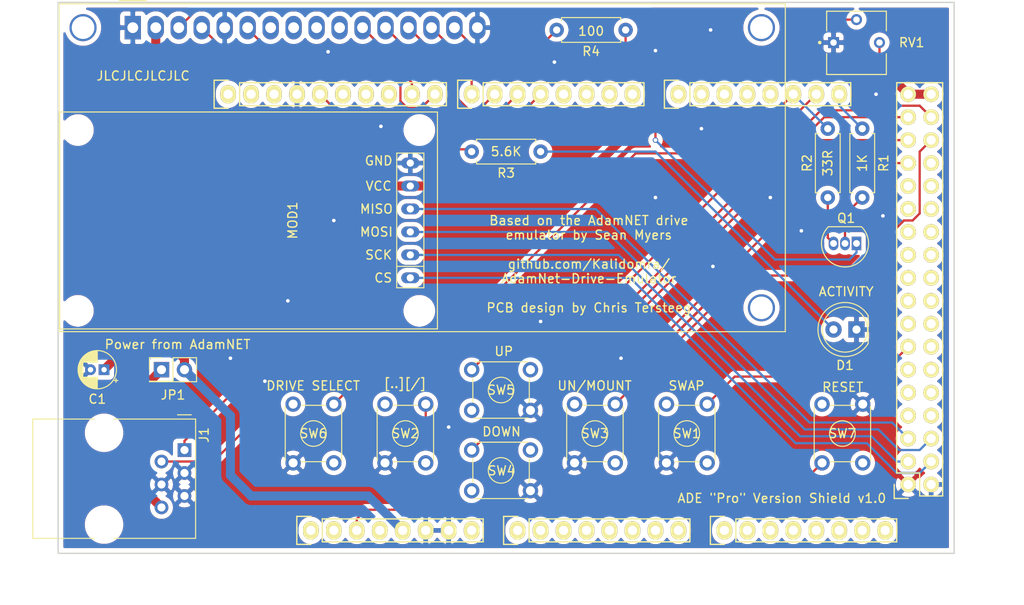
<source format=kicad_pcb>
(kicad_pcb (version 20171130) (host pcbnew "(5.1.9)-1")
  (title_block (title "Coleco Adam ADE Pro Shield") (date 2021-03-05) (rev v1.0))
  (layers (0 F.Cu signal) (31 B.Cu signal) (34 B.Paste user) (35 F.Paste user) (36 B.SilkS user) (37 F.SilkS user) (38 B.Mask user) (39 F.Mask user) (44 Edge.Cuts user))
  (net 0 "")
  (net 1 GND)
  (net 2 /48)
  (net 3 /49)
  (net 4 /46)
  (net 5 /47)
  (net 6 /44)
  (net 7 /45)
  (net 8 /43)
  (net 9 /40)
  (net 10 /41)
  (net 11 /38)
  (net 12 /39)
  (net 13 /36)
  (net 14 /37)
  (net 15 /34)
  (net 16 /35)
  (net 17 /32)
  (net 18 /33)
  (net 19 /30)
  (net 20 /31)
  (net 21 /28)
  (net 22 /29)
  (net 23 /27)
  (net 24 +5V)
  (net 25 /IOREF)
  (net 26 /Vin)
  (net 27 /A0)
  (net 28 /A1)
  (net 29 /A2)
  (net 30 /A3)
  (net 31 /A4)
  (net 32 /A5)
  (net 33 /A6)
  (net 34 /A7)
  (net 35 /A8)
  (net 36 /A9)
  (net 37 /A10)
  (net 38 /A11)
  (net 39 /A12)
  (net 40 /A13)
  (net 41 /A14)
  (net 42 /A15)
  (net 43 /SCL)
  (net 44 /SDA)
  (net 45 /AREF)
  (net 46 "/12(**)")
  (net 47 "/11(**)")
  (net 48 "/10(**)")
  (net 49 "Net-(P2-Pad1)")
  (net 50 +3V3)
  (net 51 "Net-(DS1-Pad15)")
  (net 52 "Net-(DS1-Pad10)")
  (net 53 "Net-(DS1-Pad9)")
  (net 54 "Net-(DS1-Pad8)")
  (net 55 "Net-(DS1-Pad7)")
  (net 56 "Net-(DS1-Pad3)")
  (net 57 "Net-(SW1-Pad2)")
  (net 58 "Net-(SW1-Pad3)")
  (net 59 "Net-(SW2-Pad2)")
  (net 60 "Net-(SW2-Pad3)")
  (net 61 "Net-(SW3-Pad2)")
  (net 62 "Net-(SW3-Pad3)")
  (net 63 "Net-(SW4-Pad2)")
  (net 64 "Net-(SW4-Pad3)")
  (net 65 "Net-(SW5-Pad2)")
  (net 66 "Net-(SW5-Pad3)")
  (net 67 "Net-(SW6-Pad2)")
  (net 68 "Net-(SW6-Pad3)")
  (net 69 "Net-(SW7-Pad2)")
  (net 70 "Net-(SW7-Pad3)")
  (net 71 "Net-(D1-Pad2)")
  (net 72 D7)
  (net 73 D6)
  (net 74 D5)
  (net 75 D4)
  (net 76 D9)
  (net 77 D8)
  (net 78 19_ADAMNET)
  (net 79 20_ADAMNET)
  (net 80 50_MISO)
  (net 81 51_MOSI)
  (net 82 52_SCK)
  (net 83 53_SS)
  (net 84 42_SWAP)
  (net 85 26_[..])
  (net 86 24_DOWN)
  (net 87 25_UNMOUNT)
  (net 88 22_DRIVE_SELECT)
  (net 89 23_UP)
  (net 90 RESET)
  (net 91 13_ACTIVITY_LED)
  (net 92 "Net-(P6-Pad5)")
  (net 93 "Net-(P6-Pad6)")
  (net 94 "Net-(P6-Pad7)")
  (net 95 "Net-(P6-Pad8)")
  (net 96 "Net-(P7-Pad1)")
  (net 97 "Net-(P7-Pad2)")
  (net 98 "Net-(P7-Pad3)")
  (net 99 "Net-(P7-Pad4)")
  (net 100 "Net-(P7-Pad5)")
  (net 101 21_ADAMNET)
  (net 102 "Net-(Q1-Pad3)")
  (net 103 "Net-(Q1-Pad2)")
  (net 104 ADAMNET_5V)
  (module Display:WC1602A (layer F.Cu) (at 111.633 63.5)
    (fp_text reference DS1 hide)
    (fp_text value WC1602A)
    (pad "" thru_hole circle (at 69.5 0) (size 3 3) (drill 2.5) (layers *.Cu *.Mask))
    (pad "" thru_hole circle (at 69.49948 31.0007) (size 3 3) (drill 2.5) (layers *.Cu *.Mask))
    (pad "" thru_hole circle (at -5.4991 0) (size 3 3) (drill 2.5) (layers *.Cu *.Mask))
    (pad 16 thru_hole oval (at 38.1 0) (size 1.8 2.6) (drill 1.2) (layers *.Cu *.Mask) (net 1 GND))
    (pad 15 thru_hole oval (at 35.56 0) (size 1.8 2.6) (drill 1.2) (layers *.Cu *.Mask) (net 51 "Net-(DS1-Pad15)"))
    (pad 14 thru_hole oval (at 33.02 0) (size 1.8 2.6) (drill 1.2) (layers *.Cu *.Mask) (net 72 D7))
    (pad 13 thru_hole oval (at 30.48 0) (size 1.8 2.6) (drill 1.2) (layers *.Cu *.Mask) (net 73 D6))
    (pad 12 thru_hole oval (at 27.94 0) (size 1.8 2.6) (drill 1.2) (layers *.Cu *.Mask) (net 74 D5))
    (pad 11 thru_hole oval (at 25.4 0) (size 1.8 2.6) (drill 1.2) (layers *.Cu *.Mask) (net 75 D4))
    (pad 10 thru_hole oval (at 22.86 0) (size 1.8 2.6) (drill 1.2) (layers *.Cu *.Mask) (net 52 "Net-(DS1-Pad10)"))
    (pad 9 thru_hole oval (at 20.32 0) (size 1.8 2.6) (drill 1.2) (layers *.Cu *.Mask) (net 53 "Net-(DS1-Pad9)"))
    (pad 8 thru_hole oval (at 17.78 0) (size 1.8 2.6) (drill 1.2) (layers *.Cu *.Mask) (net 54 "Net-(DS1-Pad8)"))
    (pad 7 thru_hole oval (at 15.24 0) (size 1.8 2.6) (drill 1.2) (layers *.Cu *.Mask) (net 55 "Net-(DS1-Pad7)"))
    (pad 6 thru_hole oval (at 12.7 0) (size 1.8 2.6) (drill 1.2) (layers *.Cu *.Mask) (net 76 D9))
    (pad 5 thru_hole oval (at 10.16 0) (size 1.8 2.6) (drill 1.2) (layers *.Cu *.Mask) (net 1 GND))
    (pad 4 thru_hole oval (at 7.62 0) (size 1.8 2.6) (drill 1.2) (layers *.Cu *.Mask) (net 77 D8))
    (pad 3 thru_hole oval (at 5.08 0) (size 1.8 2.6) (drill 1.2) (layers *.Cu *.Mask) (net 56 "Net-(DS1-Pad3)"))
    (pad 2 thru_hole oval (at 2.54 0) (size 1.8 2.6) (drill 1.2) (layers *.Cu *.Mask) (net 24 +5V))
    (pad 1 thru_hole rect (at 0 0) (size 1.8 2.6) (drill 1.2) (layers *.Cu *.Mask) (net 1 GND))
  )
  (module 3362P-1-103:TRIM_3362P-1-103 (layer F.Cu) (at 191.643 65.151)
    (fp_text reference RV1 (at 6.096 0) (layer F.SilkS))
    (fp_text value R_POT_TRIM_US)
    (pad 1 thru_hole rect (at -2.54 0) (size 1.222 1.222) (drill 0.714) (layers *.Cu *.Mask) (net 1 GND))
    (pad 2 thru_hole circle (at 0 -2.54) (size 1.222 1.222) (drill 0.714) (layers *.Cu *.Mask) (net 56 "Net-(DS1-Pad3)"))
    (pad 3 thru_hole circle (at 2.54 0) (size 1.222 1.222) (drill 0.714) (layers *.Cu *.Mask) (net 24 +5V))
  )
  (module Button_Switch_THT:SW_TH_Tactile_Omron_B3F-10xx (layer F.Cu) (at 144.018 105.156 270)
    (fp_text reference SW2 (at 3.25 2.25 180) (layer F.SilkS))
    (fp_text value [..][/] (at -2.286 2.286 180) (layer F.SilkS))
    (pad 1 thru_hole circle (at 0 0 270) (size 1.7 1.7) (drill 1) (layers *.Cu *.Mask) (net 85 26_[..]))
    (pad 2 thru_hole circle (at 6.5 0 270) (size 1.7 1.7) (drill 1) (layers *.Cu *.Mask) (net 59 "Net-(SW2-Pad2)"))
    (pad 3 thru_hole circle (at 0 4.5 270) (size 1.7 1.7) (drill 1) (layers *.Cu *.Mask) (net 60 "Net-(SW2-Pad3)"))
    (pad 4 thru_hole circle (at 6.5 4.5 270) (size 1.7 1.7) (drill 1) (layers *.Cu *.Mask) (net 1 GND))
  )
  (module Connector_PinHeader_2.54mm:PinHeader_2x01_P2.54mm_Vertical (layer F.Cu) (at 114.808 101.346)
    (fp_text reference JP1 (at 1.27 2.794) (layer F.SilkS))
    (fp_text value Jumper)
    (pad 2 thru_hole oval (at 2.54 0) (size 1.7 1.7) (drill 1) (layers *.Cu *.Mask) (net 24 +5V))
    (pad 1 thru_hole rect (at 0 0) (size 1.7 1.7) (drill 1) (layers *.Cu *.Mask) (net 104 ADAMNET_5V))
  )
  (module Capacitor_THT:CP_Radial_D4.0mm_P1.50mm (layer F.Cu) (at 108.458 101.346 180)
    (fp_text reference C1 (at 0.75 -3.25) (layer F.SilkS))
    (fp_text value "22uf 6.3v")
    (pad 2 thru_hole circle (at 1.5 0 180) (size 1.2 1.2) (drill 0.6) (layers *.Cu *.Mask) (net 1 GND))
    (pad 1 thru_hole rect (at 0 0 180) (size 1.2 1.2) (drill 0.6) (layers *.Cu *.Mask) (net 24 +5V))
  )
  (module CARD-SD-ADAPTER-CATALEX:Catalex-MicroSD-Card-Down (layer F.Cu) (at 123.063 84.582 90)
    (fp_text reference MOD1 (at -0.25 6.25 90) (layer F.SilkS))
    (fp_text value CARD-SD-ADAPTER-CATALEX)
    (fp_text user MISO (at 1.016 15.5) (layer F.SilkS))
    (fp_text user CS (at -6.604 16.256) (layer F.SilkS))
    (fp_text user SCK (at -4.064 15.748) (layer F.SilkS))
    (fp_text user MOSI (at -1.524 15.5) (layer F.SilkS))
    (fp_text user VCC (at 3.556 15.75) (layer F.SilkS))
    (fp_text user GND (at 6.35 15.75) (layer F.SilkS))
    (pad "" np_thru_hole circle (at 9.75 20.25 90) (size 2.5 2.5) (drill 2.5) (layers *.Cu *.Mask))
    (pad "" np_thru_hole circle (at 9.75 -17.5 90) (size 2.5 2.5) (drill 2.5) (layers *.Cu *.Mask))
    (pad "" np_thru_hole circle (at -10.25 -17.5 90) (size 2.5 2.5) (drill 2.5) (layers *.Cu *.Mask))
    (pad "" np_thru_hole circle (at -10.25 20.25 90) (size 2.5 2.5) (drill 2.5) (layers *.Cu *.Mask))
    (pad GND thru_hole oval (at 6.1 19.25 90) (size 1.2 2) (drill 0.8) (layers *.Cu *.Mask) (net 1 GND))
    (pad VCC5V thru_hole oval (at 3.56 19.25 90) (size 1.2 2) (drill 0.8) (layers *.Cu *.Mask) (net 24 +5V))
    (pad MISO thru_hole oval (at 1.02 19.25 90) (size 1.2 2) (drill 0.8) (layers *.Cu *.Mask) (net 80 50_MISO))
    (pad MOSI thru_hole oval (at -1.52 19.25 90) (size 1.2 2) (drill 0.8) (layers *.Cu *.Mask) (net 81 51_MOSI))
    (pad SCK thru_hole oval (at -4.06 19.25 90) (size 1.2 2) (drill 0.8) (layers *.Cu *.Mask) (net 82 52_SCK))
    (pad CS thru_hole oval (at -6.6 19.25 90) (size 1.2 2) (drill 0.8) (layers *.Cu *.Mask) (net 83 53_SS))
  )
  (module Resistor_THT:R_Axial_DIN0207_L6.3mm_D2.5mm_P7.62mm_Horizontal (layer F.Cu) (at 166.116 63.754 180)
    (fp_text reference R4 (at 3.81 -2.37) (layer F.SilkS))
    (fp_text value 100 (at 3.81 -0.127) (layer F.SilkS))
    (pad 2 thru_hole oval (at 7.62 0 180) (size 1.6 1.6) (drill 0.8) (layers *.Cu *.Mask) (net 51 "Net-(DS1-Pad15)"))
    (pad 1 thru_hole circle (at 0 0 180) (size 1.6 1.6) (drill 0.8) (layers *.Cu *.Mask) (net 24 +5V))
  )
  (module Resistor_THT:R_Axial_DIN0207_L6.3mm_D2.5mm_P7.62mm_Horizontal (layer F.Cu) (at 156.718 77.216 180)
    (fp_text reference R3 (at 3.81 -2.37) (layer F.SilkS))
    (fp_text value 5.6K (at 3.81 0) (layer F.SilkS))
    (pad 2 thru_hole oval (at 7.62 0 180) (size 1.6 1.6) (drill 0.8) (layers *.Cu *.Mask) (net 91 13_ACTIVITY_LED))
    (pad 1 thru_hole circle (at 0 0 180) (size 1.6 1.6) (drill 0.8) (layers *.Cu *.Mask) (net 71 "Net-(D1-Pad2)"))
  )
  (module Resistor_THT:R_Axial_DIN0207_L6.3mm_D2.5mm_P7.62mm_Horizontal (layer F.Cu) (at 188.468 74.676 270)
    (fp_text reference R2 (at 3.81 2.286 90) (layer F.SilkS))
    (fp_text value 33R (at 3.81 0 90) (layer F.SilkS))
    (pad 2 thru_hole oval (at 7.62 0 270) (size 1.6 1.6) (drill 0.8) (layers *.Cu *.Mask) (net 102 "Net-(Q1-Pad3)"))
    (pad 1 thru_hole circle (at 0 0 270) (size 1.6 1.6) (drill 0.8) (layers *.Cu *.Mask) (net 78 19_ADAMNET))
  )
  (module Resistor_THT:R_Axial_DIN0207_L6.3mm_D2.5mm_P7.62mm_Horizontal (layer F.Cu) (at 192.278 74.676 270)
    (fp_text reference R1 (at 3.81 -2.37 90) (layer F.SilkS))
    (fp_text value 1K (at 3.81 0 90) (layer F.SilkS))
    (pad 2 thru_hole oval (at 7.62 0 270) (size 1.6 1.6) (drill 0.8) (layers *.Cu *.Mask) (net 103 "Net-(Q1-Pad2)"))
    (pad 1 thru_hole circle (at 0 0 270) (size 1.6 1.6) (drill 0.8) (layers *.Cu *.Mask) (net 101 21_ADAMNET))
  )
  (module Package_TO_SOT_THT:TO-92_Inline (layer F.Cu) (at 191.643 87.376 180)
    (fp_text reference Q1 (at 1.143 2.794) (layer F.SilkS))
    (fp_text value 2N3906)
    (pad 1 thru_hole rect (at 0 0 180) (size 1.05 1.5) (drill 0.75) (layers *.Cu *.Mask) (net 24 +5V))
    (pad 3 thru_hole oval (at 2.54 0 180) (size 1.05 1.5) (drill 0.75) (layers *.Cu *.Mask) (net 102 "Net-(Q1-Pad3)"))
    (pad 2 thru_hole oval (at 1.27 0 180) (size 1.05 1.5) (drill 0.75) (layers *.Cu *.Mask) (net 103 "Net-(Q1-Pad2)"))
  )
  (module LED_THT:LED_D5.0mm (layer F.Cu) (at 191.643 96.901 180)
    (fp_text reference D1 (at 1.27 -3.96) (layer F.SilkS))
    (fp_text value LED)
    (pad 2 thru_hole circle (at 2.54 0 180) (size 1.8 1.8) (drill 0.9) (layers *.Cu *.Mask) (net 71 "Net-(D1-Pad2)"))
    (pad 1 thru_hole rect (at 0 0 180) (size 1.8 1.8) (drill 0.9) (layers *.Cu *.Mask) (net 1 GND))
  )
  (module Button_Switch_THT:SW_TH_Tactile_Omron_B3F-10xx (layer F.Cu) (at 187.833 111.6584 90)
    (fp_text reference SW7 (at 3.25 2.25 180) (layer F.SilkS))
    (fp_text value RESET (at 8.382 2.286 180) (layer F.SilkS))
    (pad 1 thru_hole circle (at 0 0 90) (size 1.7 1.7) (drill 1) (layers *.Cu *.Mask) (net 90 RESET))
    (pad 2 thru_hole circle (at 6.5 0 90) (size 1.7 1.7) (drill 1) (layers *.Cu *.Mask) (net 69 "Net-(SW7-Pad2)"))
    (pad 3 thru_hole circle (at 0 4.5 90) (size 1.7 1.7) (drill 1) (layers *.Cu *.Mask) (net 70 "Net-(SW7-Pad3)"))
    (pad 4 thru_hole circle (at 6.5 4.5 90) (size 1.7 1.7) (drill 1) (layers *.Cu *.Mask) (net 1 GND))
  )
  (module Button_Switch_THT:SW_TH_Tactile_Omron_B3F-10xx (layer F.Cu) (at 133.858 105.156 270)
    (fp_text reference SW6 (at 3.25 2.25 180) (layer F.SilkS))
    (fp_text value "DRIVE SELECT" (at -2.032 2.286 180) (layer F.SilkS))
    (pad 1 thru_hole circle (at 0 0 270) (size 1.7 1.7) (drill 1) (layers *.Cu *.Mask) (net 88 22_DRIVE_SELECT))
    (pad 2 thru_hole circle (at 6.5 0 270) (size 1.7 1.7) (drill 1) (layers *.Cu *.Mask) (net 67 "Net-(SW6-Pad2)"))
    (pad 3 thru_hole circle (at 0 4.5 270) (size 1.7 1.7) (drill 1) (layers *.Cu *.Mask) (net 68 "Net-(SW6-Pad3)"))
    (pad 4 thru_hole circle (at 6.5 4.5 270) (size 1.7 1.7) (drill 1) (layers *.Cu *.Mask) (net 1 GND))
  )
  (module Button_Switch_THT:SW_TH_Tactile_Omron_B3F-10xx (layer F.Cu) (at 149.098 101.346)
    (fp_text reference SW5 (at 3.25 2.25) (layer F.SilkS))
    (fp_text value UP (at 3.556 -2.032) (layer F.SilkS))
    (pad 1 thru_hole circle (at 0 0) (size 1.7 1.7) (drill 1) (layers *.Cu *.Mask) (net 89 23_UP))
    (pad 2 thru_hole circle (at 6.5 0) (size 1.7 1.7) (drill 1) (layers *.Cu *.Mask) (net 65 "Net-(SW5-Pad2)"))
    (pad 3 thru_hole circle (at 0 4.5) (size 1.7 1.7) (drill 1) (layers *.Cu *.Mask) (net 66 "Net-(SW5-Pad3)"))
    (pad 4 thru_hole circle (at 6.5 4.5) (size 1.7 1.7) (drill 1) (layers *.Cu *.Mask) (net 1 GND))
  )
  (module Button_Switch_THT:SW_TH_Tactile_Omron_B3F-10xx (layer F.Cu) (at 149.098 110.236)
    (fp_text reference SW4 (at 3.302 2.286) (layer F.SilkS))
    (fp_text value DOWN (at 3.302 -2.032) (layer F.SilkS))
    (pad 1 thru_hole circle (at 0 0) (size 1.7 1.7) (drill 1) (layers *.Cu *.Mask) (net 86 24_DOWN))
    (pad 2 thru_hole circle (at 6.5 0) (size 1.7 1.7) (drill 1) (layers *.Cu *.Mask) (net 63 "Net-(SW4-Pad2)"))
    (pad 3 thru_hole circle (at 0 4.5) (size 1.7 1.7) (drill 1) (layers *.Cu *.Mask) (net 64 "Net-(SW4-Pad3)"))
    (pad 4 thru_hole circle (at 6.5 4.5) (size 1.7 1.7) (drill 1) (layers *.Cu *.Mask) (net 1 GND))
  )
  (module Button_Switch_THT:SW_TH_Tactile_Omron_B3F-10xx (layer F.Cu) (at 164.973 105.156 270)
    (fp_text reference SW3 (at 3.25 2.25 180) (layer F.SilkS))
    (fp_text value UN/MOUNT (at -2.032 2.286 180) (layer F.SilkS))
    (pad 1 thru_hole circle (at 0 0 270) (size 1.7 1.7) (drill 1) (layers *.Cu *.Mask) (net 87 25_UNMOUNT))
    (pad 2 thru_hole circle (at 6.5 0 270) (size 1.7 1.7) (drill 1) (layers *.Cu *.Mask) (net 61 "Net-(SW3-Pad2)"))
    (pad 3 thru_hole circle (at 0 4.5 270) (size 1.7 1.7) (drill 1) (layers *.Cu *.Mask) (net 62 "Net-(SW3-Pad3)"))
    (pad 4 thru_hole circle (at 6.5 4.5 270) (size 1.7 1.7) (drill 1) (layers *.Cu *.Mask) (net 1 GND))
  )
  (module Button_Switch_THT:SW_TH_Tactile_Omron_B3F-10xx (layer F.Cu) (at 175.133 105.156 270)
    (fp_text reference SW1 (at 3.25 2.25 180) (layer F.SilkS))
    (fp_text value SWAP (at -2.032 2.286 180) (layer F.SilkS))
    (pad 1 thru_hole circle (at 0 0 270) (size 1.7 1.7) (drill 1) (layers *.Cu *.Mask) (net 84 42_SWAP))
    (pad 2 thru_hole circle (at 6.5 0 270) (size 1.7 1.7) (drill 1) (layers *.Cu *.Mask) (net 57 "Net-(SW1-Pad2)"))
    (pad 3 thru_hole circle (at 0 4.5 270) (size 1.7 1.7) (drill 1) (layers *.Cu *.Mask) (net 58 "Net-(SW1-Pad3)"))
    (pad 4 thru_hole circle (at 6.5 4.5 270) (size 1.7 1.7) (drill 1) (layers *.Cu *.Mask) (net 1 GND))
  )
  (module Connector_RJ:RJ12_Amphenol_54601 (layer F.Cu) (at 117.348 110.236 270)
    (fp_text reference J1 (at -1.67 -2.16 90) (layer F.SilkS))
    (fp_text value RJ12)
    (pad 1 thru_hole rect (at 0 0 270) (size 1.52 1.52) (drill 0.9) (layers *.Cu *.Mask) (net 78 19_ADAMNET))
    (pad "" np_thru_hole circle (at -1.91 8.89 270) (size 3.25 3.25) (drill 3.25) (layers *.Cu *.Mask))
    (pad 2 thru_hole circle (at 1.27 2.54 270) (size 1.52 1.52) (drill 0.9) (layers *.Cu *.Mask) (net 79 20_ADAMNET))
    (pad 3 thru_hole circle (at 2.54 0 270) (size 1.52 1.52) (drill 0.9) (layers *.Cu *.Mask) (net 1 GND))
    (pad 4 thru_hole circle (at 3.81 2.54 270) (size 1.52 1.52) (drill 0.9) (layers *.Cu *.Mask) (net 1 GND))
    (pad 5 thru_hole circle (at 5.08 0 270) (size 1.52 1.52) (drill 0.9) (layers *.Cu *.Mask) (net 1 GND))
    (pad 6 thru_hole circle (at 6.35 2.54 270) (size 1.52 1.52) (drill 0.9) (layers *.Cu *.Mask) (net 104 ADAMNET_5V))
    (pad "" np_thru_hole circle (at 8.25 8.89 270) (size 3.25 3.25) (drill 3.25) (layers *.Cu *.Mask))
  )
  (module Socket_Arduino_Mega:Socket_Strip_Arduino_2x18 (layer F.Cu) (at 197.358 114.046 90)
    (fp_text reference P1 hide)
    (fp_text value Digital)
    (pad 1 thru_hole circle (at 0 0 90) (size 1.7272 1.7272) (drill 1.016) (layers *.Cu *.Mask F.SilkS) (net 1 GND))
    (pad 2 thru_hole oval (at 0 2.54 90) (size 1.7272 1.7272) (drill 1.016) (layers *.Cu *.Mask F.SilkS) (net 1 GND))
    (pad 3 thru_hole oval (at 2.54 0 90) (size 1.7272 1.7272) (drill 1.016) (layers *.Cu *.Mask F.SilkS) (net 82 52_SCK))
    (pad 4 thru_hole oval (at 2.54 2.54 90) (size 1.7272 1.7272) (drill 1.016) (layers *.Cu *.Mask F.SilkS) (net 83 53_SS))
    (pad 5 thru_hole oval (at 5.08 0 90) (size 1.7272 1.7272) (drill 1.016) (layers *.Cu *.Mask F.SilkS) (net 80 50_MISO))
    (pad 6 thru_hole oval (at 5.08 2.54 90) (size 1.7272 1.7272) (drill 1.016) (layers *.Cu *.Mask F.SilkS) (net 81 51_MOSI))
    (pad 7 thru_hole oval (at 7.62 0 90) (size 1.7272 1.7272) (drill 1.016) (layers *.Cu *.Mask F.SilkS) (net 2 /48))
    (pad 8 thru_hole oval (at 7.62 2.54 90) (size 1.7272 1.7272) (drill 1.016) (layers *.Cu *.Mask F.SilkS) (net 3 /49))
    (pad 9 thru_hole oval (at 10.16 0 90) (size 1.7272 1.7272) (drill 1.016) (layers *.Cu *.Mask F.SilkS) (net 4 /46))
    (pad 10 thru_hole oval (at 10.16 2.54 90) (size 1.7272 1.7272) (drill 1.016) (layers *.Cu *.Mask F.SilkS) (net 5 /47))
    (pad 11 thru_hole oval (at 12.7 0 90) (size 1.7272 1.7272) (drill 1.016) (layers *.Cu *.Mask F.SilkS) (net 6 /44))
    (pad 12 thru_hole oval (at 12.7 2.54 90) (size 1.7272 1.7272) (drill 1.016) (layers *.Cu *.Mask F.SilkS) (net 7 /45))
    (pad 13 thru_hole oval (at 15.24 0 90) (size 1.7272 1.7272) (drill 1.016) (layers *.Cu *.Mask F.SilkS) (net 84 42_SWAP))
    (pad 14 thru_hole oval (at 15.24 2.54 90) (size 1.7272 1.7272) (drill 1.016) (layers *.Cu *.Mask F.SilkS) (net 8 /43))
    (pad 15 thru_hole oval (at 17.78 0 90) (size 1.7272 1.7272) (drill 1.016) (layers *.Cu *.Mask F.SilkS) (net 9 /40))
    (pad 16 thru_hole oval (at 17.78 2.54 90) (size 1.7272 1.7272) (drill 1.016) (layers *.Cu *.Mask F.SilkS) (net 10 /41))
    (pad 17 thru_hole oval (at 20.32 0 90) (size 1.7272 1.7272) (drill 1.016) (layers *.Cu *.Mask F.SilkS) (net 11 /38))
    (pad 18 thru_hole oval (at 20.32 2.54 90) (size 1.7272 1.7272) (drill 1.016) (layers *.Cu *.Mask F.SilkS) (net 12 /39))
    (pad 19 thru_hole oval (at 22.86 0 90) (size 1.7272 1.7272) (drill 1.016) (layers *.Cu *.Mask F.SilkS) (net 13 /36))
    (pad 20 thru_hole oval (at 22.86 2.54 90) (size 1.7272 1.7272) (drill 1.016) (layers *.Cu *.Mask F.SilkS) (net 14 /37))
    (pad 21 thru_hole oval (at 25.4 0 90) (size 1.7272 1.7272) (drill 1.016) (layers *.Cu *.Mask F.SilkS) (net 15 /34))
    (pad 22 thru_hole oval (at 25.4 2.54 90) (size 1.7272 1.7272) (drill 1.016) (layers *.Cu *.Mask F.SilkS) (net 16 /35))
    (pad 23 thru_hole oval (at 27.94 0 90) (size 1.7272 1.7272) (drill 1.016) (layers *.Cu *.Mask F.SilkS) (net 17 /32))
    (pad 24 thru_hole oval (at 27.94 2.54 90) (size 1.7272 1.7272) (drill 1.016) (layers *.Cu *.Mask F.SilkS) (net 18 /33))
    (pad 25 thru_hole oval (at 30.48 0 90) (size 1.7272 1.7272) (drill 1.016) (layers *.Cu *.Mask F.SilkS) (net 19 /30))
    (pad 26 thru_hole oval (at 30.48 2.54 90) (size 1.7272 1.7272) (drill 1.016) (layers *.Cu *.Mask F.SilkS) (net 20 /31))
    (pad 27 thru_hole oval (at 33.02 0 90) (size 1.7272 1.7272) (drill 1.016) (layers *.Cu *.Mask F.SilkS) (net 21 /28))
    (pad 28 thru_hole oval (at 33.02 2.54 90) (size 1.7272 1.7272) (drill 1.016) (layers *.Cu *.Mask F.SilkS) (net 22 /29))
    (pad 29 thru_hole oval (at 35.56 0 90) (size 1.7272 1.7272) (drill 1.016) (layers *.Cu *.Mask F.SilkS) (net 85 26_[..]))
    (pad 30 thru_hole oval (at 35.56 2.54 90) (size 1.7272 1.7272) (drill 1.016) (layers *.Cu *.Mask F.SilkS) (net 23 /27))
    (pad 31 thru_hole oval (at 38.1 0 90) (size 1.7272 1.7272) (drill 1.016) (layers *.Cu *.Mask F.SilkS) (net 86 24_DOWN))
    (pad 32 thru_hole oval (at 38.1 2.54 90) (size 1.7272 1.7272) (drill 1.016) (layers *.Cu *.Mask F.SilkS) (net 87 25_UNMOUNT))
    (pad 33 thru_hole oval (at 40.64 0 90) (size 1.7272 1.7272) (drill 1.016) (layers *.Cu *.Mask F.SilkS) (net 88 22_DRIVE_SELECT))
    (pad 34 thru_hole oval (at 40.64 2.54 90) (size 1.7272 1.7272) (drill 1.016) (layers *.Cu *.Mask F.SilkS) (net 89 23_UP))
    (pad 35 thru_hole oval (at 43.18 0 90) (size 1.7272 1.7272) (drill 1.016) (layers *.Cu *.Mask F.SilkS) (net 24 +5V))
    (pad 36 thru_hole oval (at 43.18 2.54 90) (size 1.7272 1.7272) (drill 1.016) (layers *.Cu *.Mask F.SilkS) (net 24 +5V))
  )
  (module Socket_Arduino_Mega:Socket_Strip_Arduino_1x08 (layer F.Cu) (at 131.318 119.126)
    (fp_text reference P2 hide)
    (fp_text value Power hide)
    (pad 1 thru_hole oval (at 0 0) (size 1.7272 2.032) (drill 1.016) (layers *.Cu *.Mask F.SilkS) (net 49 "Net-(P2-Pad1)"))
    (pad 2 thru_hole oval (at 2.54 0) (size 1.7272 2.032) (drill 1.016) (layers *.Cu *.Mask F.SilkS) (net 25 /IOREF))
    (pad 3 thru_hole oval (at 5.08 0) (size 1.7272 2.032) (drill 1.016) (layers *.Cu *.Mask F.SilkS) (net 90 RESET))
    (pad 4 thru_hole oval (at 7.62 0) (size 1.7272 2.032) (drill 1.016) (layers *.Cu *.Mask F.SilkS) (net 50 +3V3))
    (pad 5 thru_hole oval (at 10.16 0) (size 1.7272 2.032) (drill 1.016) (layers *.Cu *.Mask F.SilkS) (net 24 +5V))
    (pad 6 thru_hole oval (at 12.7 0) (size 1.7272 2.032) (drill 1.016) (layers *.Cu *.Mask F.SilkS) (net 1 GND))
    (pad 7 thru_hole oval (at 15.24 0) (size 1.7272 2.032) (drill 1.016) (layers *.Cu *.Mask F.SilkS) (net 1 GND))
    (pad 8 thru_hole oval (at 17.78 0) (size 1.7272 2.032) (drill 1.016) (layers *.Cu *.Mask F.SilkS) (net 26 /Vin))
  )
  (module Socket_Arduino_Mega:Socket_Strip_Arduino_1x08 (layer F.Cu) (at 154.178 119.126)
    (fp_text reference P3 hide)
    (fp_text value Analog)
    (pad 1 thru_hole oval (at 0 0) (size 1.7272 2.032) (drill 1.016) (layers *.Cu *.Mask F.SilkS) (net 27 /A0))
    (pad 2 thru_hole oval (at 2.54 0) (size 1.7272 2.032) (drill 1.016) (layers *.Cu *.Mask F.SilkS) (net 28 /A1))
    (pad 3 thru_hole oval (at 5.08 0) (size 1.7272 2.032) (drill 1.016) (layers *.Cu *.Mask F.SilkS) (net 29 /A2))
    (pad 4 thru_hole oval (at 7.62 0) (size 1.7272 2.032) (drill 1.016) (layers *.Cu *.Mask F.SilkS) (net 30 /A3))
    (pad 5 thru_hole oval (at 10.16 0) (size 1.7272 2.032) (drill 1.016) (layers *.Cu *.Mask F.SilkS) (net 31 /A4))
    (pad 6 thru_hole oval (at 12.7 0) (size 1.7272 2.032) (drill 1.016) (layers *.Cu *.Mask F.SilkS) (net 32 /A5))
    (pad 7 thru_hole oval (at 15.24 0) (size 1.7272 2.032) (drill 1.016) (layers *.Cu *.Mask F.SilkS) (net 33 /A6))
    (pad 8 thru_hole oval (at 17.78 0) (size 1.7272 2.032) (drill 1.016) (layers *.Cu *.Mask F.SilkS) (net 34 /A7))
  )
  (module Socket_Arduino_Mega:Socket_Strip_Arduino_1x08 (layer F.Cu) (at 177.038 119.126)
    (fp_text reference P4 hide)
    (fp_text value Analog)
    (pad 1 thru_hole oval (at 0 0) (size 1.7272 2.032) (drill 1.016) (layers *.Cu *.Mask F.SilkS) (net 35 /A8))
    (pad 2 thru_hole oval (at 2.54 0) (size 1.7272 2.032) (drill 1.016) (layers *.Cu *.Mask F.SilkS) (net 36 /A9))
    (pad 3 thru_hole oval (at 5.08 0) (size 1.7272 2.032) (drill 1.016) (layers *.Cu *.Mask F.SilkS) (net 37 /A10))
    (pad 4 thru_hole oval (at 7.62 0) (size 1.7272 2.032) (drill 1.016) (layers *.Cu *.Mask F.SilkS) (net 38 /A11))
    (pad 5 thru_hole oval (at 10.16 0) (size 1.7272 2.032) (drill 1.016) (layers *.Cu *.Mask F.SilkS) (net 39 /A12))
    (pad 6 thru_hole oval (at 12.7 0) (size 1.7272 2.032) (drill 1.016) (layers *.Cu *.Mask F.SilkS) (net 40 /A13))
    (pad 7 thru_hole oval (at 15.24 0) (size 1.7272 2.032) (drill 1.016) (layers *.Cu *.Mask F.SilkS) (net 41 /A14))
    (pad 8 thru_hole oval (at 17.78 0) (size 1.7272 2.032) (drill 1.016) (layers *.Cu *.Mask F.SilkS) (net 42 /A15))
  )
  (module Socket_Arduino_Mega:Socket_Strip_Arduino_1x10 (layer F.Cu) (at 122.174 70.866)
    (fp_text reference P5 hide)
    (fp_text value PWM)
    (pad 1 thru_hole oval (at 0 0) (size 1.7272 2.032) (drill 1.016) (layers *.Cu *.Mask F.SilkS) (net 43 /SCL))
    (pad 2 thru_hole oval (at 2.54 0) (size 1.7272 2.032) (drill 1.016) (layers *.Cu *.Mask F.SilkS) (net 44 /SDA))
    (pad 3 thru_hole oval (at 5.08 0) (size 1.7272 2.032) (drill 1.016) (layers *.Cu *.Mask F.SilkS) (net 45 /AREF))
    (pad 4 thru_hole oval (at 7.62 0) (size 1.7272 2.032) (drill 1.016) (layers *.Cu *.Mask F.SilkS) (net 1 GND))
    (pad 5 thru_hole oval (at 10.16 0) (size 1.7272 2.032) (drill 1.016) (layers *.Cu *.Mask F.SilkS) (net 91 13_ACTIVITY_LED))
    (pad 6 thru_hole oval (at 12.7 0) (size 1.7272 2.032) (drill 1.016) (layers *.Cu *.Mask F.SilkS) (net 46 "/12(**)"))
    (pad 7 thru_hole oval (at 15.24 0) (size 1.7272 2.032) (drill 1.016) (layers *.Cu *.Mask F.SilkS) (net 47 "/11(**)"))
    (pad 8 thru_hole oval (at 17.78 0) (size 1.7272 2.032) (drill 1.016) (layers *.Cu *.Mask F.SilkS) (net 48 "/10(**)"))
    (pad 9 thru_hole oval (at 20.32 0) (size 1.7272 2.032) (drill 1.016) (layers *.Cu *.Mask F.SilkS) (net 76 D9))
    (pad 10 thru_hole oval (at 22.86 0) (size 1.7272 2.032) (drill 1.016) (layers *.Cu *.Mask F.SilkS) (net 77 D8))
  )
  (module Socket_Arduino_Mega:Socket_Strip_Arduino_1x08 (layer F.Cu) (at 149.098 70.866)
    (fp_text reference P6 hide)
    (fp_text value PWM)
    (pad 1 thru_hole oval (at 0 0) (size 1.7272 2.032) (drill 1.016) (layers *.Cu *.Mask F.SilkS) (net 72 D7))
    (pad 2 thru_hole oval (at 2.54 0) (size 1.7272 2.032) (drill 1.016) (layers *.Cu *.Mask F.SilkS) (net 73 D6))
    (pad 3 thru_hole oval (at 5.08 0) (size 1.7272 2.032) (drill 1.016) (layers *.Cu *.Mask F.SilkS) (net 74 D5))
    (pad 4 thru_hole oval (at 7.62 0) (size 1.7272 2.032) (drill 1.016) (layers *.Cu *.Mask F.SilkS) (net 75 D4))
    (pad 5 thru_hole oval (at 10.16 0) (size 1.7272 2.032) (drill 1.016) (layers *.Cu *.Mask F.SilkS) (net 92 "Net-(P6-Pad5)"))
    (pad 6 thru_hole oval (at 12.7 0) (size 1.7272 2.032) (drill 1.016) (layers *.Cu *.Mask F.SilkS) (net 93 "Net-(P6-Pad6)"))
    (pad 7 thru_hole oval (at 15.24 0) (size 1.7272 2.032) (drill 1.016) (layers *.Cu *.Mask F.SilkS) (net 94 "Net-(P6-Pad7)"))
    (pad 8 thru_hole oval (at 17.78 0) (size 1.7272 2.032) (drill 1.016) (layers *.Cu *.Mask F.SilkS) (net 95 "Net-(P6-Pad8)"))
  )
  (module Socket_Arduino_Mega:Socket_Strip_Arduino_1x08 (layer F.Cu) (at 171.958 70.866)
    (fp_text reference P7 hide)
    (fp_text value Communication)
    (pad 1 thru_hole oval (at 0 0) (size 1.7272 2.032) (drill 1.016) (layers *.Cu *.Mask F.SilkS) (net 96 "Net-(P7-Pad1)"))
    (pad 2 thru_hole oval (at 2.54 0) (size 1.7272 2.032) (drill 1.016) (layers *.Cu *.Mask F.SilkS) (net 97 "Net-(P7-Pad2)"))
    (pad 3 thru_hole oval (at 5.08 0) (size 1.7272 2.032) (drill 1.016) (layers *.Cu *.Mask F.SilkS) (net 98 "Net-(P7-Pad3)"))
    (pad 4 thru_hole oval (at 7.62 0) (size 1.7272 2.032) (drill 1.016) (layers *.Cu *.Mask F.SilkS) (net 99 "Net-(P7-Pad4)"))
    (pad 5 thru_hole oval (at 10.16 0) (size 1.7272 2.032) (drill 1.016) (layers *.Cu *.Mask F.SilkS) (net 100 "Net-(P7-Pad5)"))
    (pad 6 thru_hole oval (at 12.7 0) (size 1.7272 2.032) (drill 1.016) (layers *.Cu *.Mask F.SilkS) (net 78 19_ADAMNET))
    (pad 7 thru_hole oval (at 15.24 0) (size 1.7272 2.032) (drill 1.016) (layers *.Cu *.Mask F.SilkS) (net 79 20_ADAMNET))
    (pad 8 thru_hole oval (at 17.78 0) (size 1.7272 2.032) (drill 1.016) (layers *.Cu *.Mask F.SilkS) (net 101 21_ADAMNET))
  )
  (gr_text JLCJLCJLCJLC (at 112.776 68.834) (layer F.SilkS) (effects (font (size 1 1))))
  (gr_text ACTIVITY (at 190.5 92.71) (layer F.SilkS) (effects (font (size 1 1))))
  (gr_text "Based on the AdamNET drive\nemulator by Sean Myers\n\ngithub.com/Kalidomra/\nAdamNet-Drive-Emulator\n\nPCB design by Chris Tersteeg" (at 162.052 89.662) (layer F.SilkS) (effects (font (size 1 1))))
  (gr_text "ADE \"Pro\" Version Shield v1.0" (at 183.388 115.57) (layer F.SilkS) (effects (font (size 1 1))))
  (gr_text "Power from AdamNET" (at 116.586 98.552) (layer F.SilkS) (effects (font (size 1 1))))
  (gr_line (start 202.438 60.706) (end 202.438 121.666) (layer Edge.Cuts) (width 0.15))
  (gr_line (start 103.378 60.706) (end 202.438 60.706) (layer Edge.Cuts) (width 0.15))
  (gr_line (start 103.378 121.666) (end 103.378 60.706) (layer Edge.Cuts) (width 0.15))
  (gr_line (start 202.438 121.666) (end 103.378 121.666) (angle 90) (layer Edge.Cuts) (width 0.15))
  (via (at 122.428 100.076) (size 0.6) (drill 0.4) (layers F.Cu B.Cu) (net 1))
  (via (at 128.778 93.726) (size 0.6) (drill 0.4) (layers F.Cu B.Cu) (net 1))
  (via (at 156.718 96.012) (size 0.6) (drill 0.4) (layers F.Cu B.Cu) (net 1))
  (via (at 169.418 82.296) (size 0.6) (drill 0.4) (layers F.Cu B.Cu) (net 1))
  (via (at 133.858 84.836) (size 0.6) (drill 0.4) (layers F.Cu B.Cu) (net 1))
  (via (at 175.768 89.916) (size 0.6) (drill 0.4) (layers F.Cu B.Cu) (net 1))
  (via (at 182.118 82.296) (size 0.6) (drill 0.4) (layers F.Cu B.Cu) (net 1))
  (via (at 165.608 100.076) (size 0.6) (drill 0.4) (layers F.Cu B.Cu) (net 1))
  (via (at 126.238 102.616) (size 0.6) (drill 0.4) (layers F.Cu B.Cu) (net 1))
  (via (at 146.558 107.696) (size 0.6) (drill 0.4) (layers F.Cu B.Cu) (net 1))
  (via (at 174.498 74.676) (size 0.6) (drill 0.4) (layers F.Cu B.Cu) (net 1))
  (via (at 185.547 85.979) (size 0.6) (drill 0.4) (layers F.Cu B.Cu) (net 1))
  (via (at 194.564 84.328) (size 0.6) (drill 0.4) (layers F.Cu B.Cu) (net 1))
  (via (at 193.802 70.866) (size 0.6) (drill 0.4) (layers F.Cu B.Cu) (net 1))
  (via (at 139.065 74.422) (size 0.6) (drill 0.4) (layers F.Cu B.Cu) (net 1))
  (via (at 133.223 66.167) (size 0.6) (drill 0.4) (layers F.Cu B.Cu) (net 1))
  (via (at 175.514 63.754) (size 0.6) (drill 0.4) (layers F.Cu B.Cu) (net 1))
  (via (at 158.242 67.31) (size 0.6) (drill 0.4) (layers F.Cu B.Cu) (net 1))
  (via (at 169.418 66.04) (size 0.6) (drill 0.4) (layers F.Cu B.Cu) (net 1))
  (via (at 169.418 75.946) (size 0.6) (drill 0.4) (layers F.Cu B.Cu) (net 24))
  (segment (start 197.358 70.866) (end 199.898 70.866) (width 1) (layer F.Cu) (net 24))
  (segment (start 122.428 106.426) (end 117.348 101.346) (width 1) (layer B.Cu) (net 24))
  (segment (start 122.428 113.03) (end 122.428 106.426) (width 1) (layer B.Cu) (net 24))
  (segment (start 124.714 115.316) (end 122.428 113.03) (width 1) (layer B.Cu) (net 24))
  (segment (start 137.668 115.316) (end 124.714 115.316) (width 1) (layer B.Cu) (net 24))
  (segment (start 141.478 119.126) (end 137.668 115.316) (width 1) (layer B.Cu) (net 24))
  (segment (start 190.865 89.154) (end 182.626 89.154) (width 0.25) (layer B.Cu) (net 24))
  (segment (start 191.643 88.376) (end 190.865 89.154) (width 0.25) (layer B.Cu) (net 24))
  (segment (start 182.626 89.154) (end 169.418 75.946) (width 0.25) (layer B.Cu) (net 24))
  (segment (start 191.643 87.376) (end 191.643 88.376) (width 0.25) (layer B.Cu) (net 24))
  (segment (start 110.744 99.06) (end 108.458 101.346) (width 1) (layer F.Cu) (net 24))
  (segment (start 116.264081 99.06) (end 110.744 99.06) (width 1) (layer F.Cu) (net 24))
  (segment (start 117.348 100.143919) (end 116.264081 99.06) (width 1) (layer F.Cu) (net 24))
  (segment (start 117.348 101.346) (end 117.348 100.143919) (width 1) (layer F.Cu) (net 24))
  (segment (start 158.238 81.022) (end 142.313 81.022) (width 1) (layer F.Cu) (net 24))
  (segment (start 169.418 70.358) (end 169.418 72.136) (width 1) (layer F.Cu) (net 24))
  (segment (start 171.196 68.58) (end 169.418 70.358) (width 1) (layer F.Cu) (net 24))
  (segment (start 195.072 68.58) (end 171.196 68.58) (width 1) (layer F.Cu) (net 24))
  (segment (start 197.358 70.866) (end 195.072 68.58) (width 1) (layer F.Cu) (net 24))
  (segment (start 169.418 75.946) (end 169.418 72.136) (width 0.25) (layer F.Cu) (net 24))
  (segment (start 117.348 90.297) (end 126.369 81.276) (width 1) (layer F.Cu) (net 24))
  (segment (start 117.348 101.346) (end 117.348 90.297) (width 1) (layer F.Cu) (net 24))
  (segment (start 160.532 81.022) (end 158.238 81.022) (width 1) (layer F.Cu) (net 24))
  (segment (start 169.418 72.136) (end 160.532 81.022) (width 1) (layer F.Cu) (net 24))
  (segment (start 130.220322 81.022) (end 142.313 81.022) (width 1) (layer F.Cu) (net 24))
  (segment (start 126.488 81.022) (end 130.220322 81.022) (width 1) (layer F.Cu) (net 24))
  (segment (start 114.173 68.707) (end 126.488 81.022) (width 1) (layer F.Cu) (net 24))
  (segment (start 114.173 63.5) (end 114.173 68.707) (width 1) (layer F.Cu) (net 24))
  (segment (start 194.183 67.691) (end 195.072 68.58) (width 0.25) (layer F.Cu) (net 24))
  (segment (start 194.183 65.151) (end 194.183 67.691) (width 0.25) (layer F.Cu) (net 24))
  (segment (start 170.942 68.58) (end 171.196 68.58) (width 0.25) (layer F.Cu) (net 24))
  (segment (start 166.116 63.754) (end 166.116 65.532) (width 0.25) (layer F.Cu) (net 24))
  (segment (start 169.164 68.58) (end 171.196 68.58) (width 0.25) (layer F.Cu) (net 24))
  (segment (start 166.116 65.532) (end 169.164 68.58) (width 0.25) (layer F.Cu) (net 24))
  (segment (start 149.479 65.786) (end 147.193 63.5) (width 0.25) (layer F.Cu) (net 51))
  (segment (start 156.464 65.786) (end 149.479 65.786) (width 0.25) (layer F.Cu) (net 51))
  (segment (start 158.496 63.754) (end 156.464 65.786) (width 0.25) (layer F.Cu) (net 51))
  (segment (start 118.618 61.595) (end 116.713 63.5) (width 0.25) (layer F.Cu) (net 56))
  (segment (start 118.618 61.595) (end 120.523 61.595) (width 0.25) (layer F.Cu) (net 56))
  (segment (start 120.142 61.595) (end 120.523 61.595) (width 0.25) (layer F.Cu) (net 56))
  (segment (start 188.849 62.611) (end 191.643 62.611) (width 0.25) (layer F.Cu) (net 56))
  (segment (start 184.658 66.802) (end 188.849 62.611) (width 0.25) (layer F.Cu) (net 56))
  (segment (start 173.355 66.802) (end 184.658 66.802) (width 0.25) (layer F.Cu) (net 56))
  (segment (start 168.148 61.595) (end 173.355 66.802) (width 0.25) (layer F.Cu) (net 56))
  (segment (start 120.523 61.595) (end 168.148 61.595) (width 0.25) (layer F.Cu) (net 56))
  (segment (start 189.103 96.901) (end 169.418 77.216) (width 0.25) (layer B.Cu) (net 71))
  (segment (start 169.418 77.216) (end 156.718 77.216) (width 0.25) (layer B.Cu) (net 71))
  (segment (start 149.098 67.945) (end 144.653 63.5) (width 0.25) (layer F.Cu) (net 72))
  (segment (start 149.098 70.866) (end 149.098 67.945) (width 0.25) (layer F.Cu) (net 72))
  (segment (start 149.86 72.644) (end 151.638 70.866) (width 0.25) (layer F.Cu) (net 73))
  (segment (start 148.844 72.644) (end 149.86 72.644) (width 0.25) (layer F.Cu) (net 73))
  (segment (start 147.574 67.564) (end 147.574 71.374) (width 0.25) (layer F.Cu) (net 73))
  (segment (start 145.542 65.532) (end 147.574 67.564) (width 0.25) (layer F.Cu) (net 73))
  (segment (start 147.574 71.374) (end 148.844 72.644) (width 0.25) (layer F.Cu) (net 73))
  (segment (start 144.145 65.532) (end 145.542 65.532) (width 0.25) (layer F.Cu) (net 73))
  (segment (start 142.113 63.5) (end 144.145 65.532) (width 0.25) (layer F.Cu) (net 73))
  (segment (start 151.892 73.152) (end 154.178 70.866) (width 0.25) (layer F.Cu) (net 74))
  (segment (start 147.066 71.628) (end 148.59 73.152) (width 0.25) (layer F.Cu) (net 74))
  (segment (start 148.59 73.152) (end 151.892 73.152) (width 0.25) (layer F.Cu) (net 74))
  (segment (start 147.066 69.088) (end 147.066 71.628) (width 0.25) (layer F.Cu) (net 74))
  (segment (start 144.018 66.04) (end 147.066 69.088) (width 0.25) (layer F.Cu) (net 74))
  (segment (start 142.113 66.04) (end 144.018 66.04) (width 0.25) (layer F.Cu) (net 74))
  (segment (start 139.573 63.5) (end 142.113 66.04) (width 0.25) (layer F.Cu) (net 74))
  (segment (start 146.558 69.596) (end 143.637 66.675) (width 0.25) (layer F.Cu) (net 75))
  (segment (start 146.558 71.882) (end 146.558 69.596) (width 0.25) (layer F.Cu) (net 75))
  (segment (start 148.336 73.66) (end 146.558 71.882) (width 0.25) (layer F.Cu) (net 75))
  (segment (start 153.924 73.66) (end 148.336 73.66) (width 0.25) (layer F.Cu) (net 75))
  (segment (start 156.718 70.866) (end 153.924 73.66) (width 0.25) (layer F.Cu) (net 75))
  (segment (start 140.208 66.675) (end 143.637 66.675) (width 0.25) (layer F.Cu) (net 75))
  (segment (start 137.033 63.5) (end 140.208 66.675) (width 0.25) (layer F.Cu) (net 75))
  (segment (start 124.333 63.627) (end 124.333 63.5) (width 0.25) (layer F.Cu) (net 76))
  (segment (start 127.889 67.183) (end 124.333 63.627) (width 0.25) (layer F.Cu) (net 76))
  (segment (start 140.077 67.183) (end 127.889 67.183) (width 0.25) (layer F.Cu) (net 76))
  (segment (start 142.494 69.6) (end 140.077 67.183) (width 0.25) (layer F.Cu) (net 76))
  (segment (start 142.494 70.866) (end 142.494 69.6) (width 0.25) (layer F.Cu) (net 76))
  (segment (start 143.51 72.39) (end 145.034 70.866) (width 0.25) (layer F.Cu) (net 77))
  (segment (start 141.986 72.39) (end 143.51 72.39) (width 0.25) (layer F.Cu) (net 77))
  (segment (start 141.224 69.596) (end 141.224 71.628) (width 0.25) (layer F.Cu) (net 77))
  (segment (start 139.573 67.945) (end 141.224 69.596) (width 0.25) (layer F.Cu) (net 77))
  (segment (start 123.698 67.945) (end 139.573 67.945) (width 0.25) (layer F.Cu) (net 77))
  (segment (start 141.224 71.628) (end 141.986 72.39) (width 0.25) (layer F.Cu) (net 77))
  (segment (start 119.253 63.5) (end 123.698 67.945) (width 0.25) (layer F.Cu) (net 77))
  (segment (start 184.658 70.866) (end 188.468 74.676) (width 0.25) (layer B.Cu) (net 78))
  (segment (start 178.113013 77.410987) (end 184.658 70.866) (width 0.25) (layer F.Cu) (net 78))
  (segment (start 146.340177 98.298) (end 167.22719 77.410987) (width 0.25) (layer F.Cu) (net 78))
  (segment (start 128.276 98.298) (end 146.340177 98.298) (width 0.25) (layer F.Cu) (net 78))
  (segment (start 167.22719 77.410987) (end 178.113013 77.410987) (width 0.25) (layer F.Cu) (net 78))
  (segment (start 117.348 109.226) (end 128.276 98.298) (width 0.25) (layer F.Cu) (net 78))
  (segment (start 117.348 110.236) (end 117.348 109.226) (width 0.25) (layer F.Cu) (net 78))
  (segment (start 158.986591 99.06) (end 187.180591 70.866) (width 0.25) (layer F.Cu) (net 79))
  (segment (start 187.180591 70.866) (end 187.198 70.866) (width 0.25) (layer F.Cu) (net 79))
  (segment (start 132.980839 99.06) (end 158.986591 99.06) (width 0.25) (layer F.Cu) (net 79))
  (segment (start 120.534839 111.506) (end 132.980839 99.06) (width 0.25) (layer F.Cu) (net 79))
  (segment (start 114.808 111.506) (end 120.534839 111.506) (width 0.25) (layer F.Cu) (net 79))
  (segment (start 142.563 83.566) (end 142.313 83.816) (width 0.25) (layer B.Cu) (net 80))
  (segment (start 162.814 83.566) (end 142.563 83.566) (width 0.25) (layer B.Cu) (net 80))
  (segment (start 186.436 107.188) (end 162.814 83.566) (width 0.25) (layer B.Cu) (net 80))
  (segment (start 195.58 107.188) (end 186.436 107.188) (width 0.25) (layer B.Cu) (net 80))
  (segment (start 197.358 108.966) (end 195.58 107.188) (width 0.25) (layer B.Cu) (net 80))
  (segment (start 142.563 86.106) (end 142.313 86.356) (width 0.25) (layer B.Cu) (net 81))
  (segment (start 164.084 86.106) (end 142.563 86.106) (width 0.25) (layer B.Cu) (net 81))
  (segment (start 194.056 107.95) (end 185.928 107.95) (width 0.25) (layer B.Cu) (net 81))
  (segment (start 185.928 107.95) (end 164.084 86.106) (width 0.25) (layer B.Cu) (net 81))
  (segment (start 196.342 110.236) (end 194.056 107.95) (width 0.25) (layer B.Cu) (net 81))
  (segment (start 198.628 110.236) (end 196.342 110.236) (width 0.25) (layer B.Cu) (net 81))
  (segment (start 199.898 108.966) (end 198.628 110.236) (width 0.25) (layer B.Cu) (net 81))
  (segment (start 142.563 88.646) (end 142.313 88.896) (width 0.25) (layer B.Cu) (net 82))
  (segment (start 165.354 88.646) (end 142.563 88.646) (width 0.25) (layer B.Cu) (net 82))
  (segment (start 185.42 108.712) (end 165.354 88.646) (width 0.25) (layer B.Cu) (net 82))
  (segment (start 193.294 108.712) (end 185.42 108.712) (width 0.25) (layer B.Cu) (net 82))
  (segment (start 196.088 111.506) (end 193.294 108.712) (width 0.25) (layer B.Cu) (net 82))
  (segment (start 197.358 111.506) (end 196.088 111.506) (width 0.25) (layer B.Cu) (net 82))
  (segment (start 142.563 91.186) (end 142.313 91.436) (width 0.25) (layer B.Cu) (net 83))
  (segment (start 166.624 91.186) (end 142.563 91.186) (width 0.25) (layer B.Cu) (net 83))
  (segment (start 184.912 109.474) (end 166.624 91.186) (width 0.25) (layer B.Cu) (net 83))
  (segment (start 192.786 109.474) (end 184.912 109.474) (width 0.25) (layer B.Cu) (net 83))
  (segment (start 196.088 112.776) (end 192.786 109.474) (width 0.25) (layer B.Cu) (net 83))
  (segment (start 198.628 112.776) (end 196.088 112.776) (width 0.25) (layer B.Cu) (net 83))
  (segment (start 199.898 111.506) (end 198.628 112.776) (width 0.25) (layer B.Cu) (net 83))
  (segment (start 194.056 102.108) (end 197.358 98.806) (width 0.25) (layer F.Cu) (net 84))
  (segment (start 178.181 102.108) (end 194.056 102.108) (width 0.25) (layer F.Cu) (net 84))
  (segment (start 175.133 105.156) (end 178.181 102.108) (width 0.25) (layer F.Cu) (net 84))
  (segment (start 155.403999 112.522) (end 189.439999 78.486) (width 0.25) (layer F.Cu) (net 85))
  (segment (start 148.336 112.522) (end 155.403999 112.522) (width 0.25) (layer F.Cu) (net 85))
  (segment (start 144.018 108.204) (end 148.336 112.522) (width 0.25) (layer F.Cu) (net 85))
  (segment (start 189.439999 78.486) (end 197.358 78.486) (width 0.25) (layer F.Cu) (net 85))
  (segment (start 144.018 105.156) (end 144.018 108.204) (width 0.25) (layer F.Cu) (net 85))
  (segment (start 158.75 103.886) (end 186.69 75.946) (width 0.25) (layer F.Cu) (net 86))
  (segment (start 155.448 103.886) (end 158.75 103.886) (width 0.25) (layer F.Cu) (net 86))
  (segment (start 186.69 75.946) (end 197.358 75.946) (width 0.25) (layer F.Cu) (net 86))
  (segment (start 149.098 110.236) (end 155.448 103.886) (width 0.25) (layer F.Cu) (net 86))
  (segment (start 198.628 77.216) (end 199.898 75.946) (width 0.25) (layer F.Cu) (net 87))
  (segment (start 198.628 84.05513) (end 198.628 77.216) (width 0.25) (layer F.Cu) (net 87))
  (segment (start 197.84713 84.836) (end 198.628 84.05513) (width 0.25) (layer F.Cu) (net 87))
  (segment (start 196.86887 84.836) (end 197.84713 84.836) (width 0.25) (layer F.Cu) (net 87))
  (segment (start 196.880288 84.847418) (end 196.86887 84.836) (width 0.25) (layer F.Cu) (net 87))
  (segment (start 190.795706 90.932) (end 196.880288 84.847418) (width 0.25) (layer F.Cu) (net 87))
  (segment (start 179.197 90.932) (end 190.795706 90.932) (width 0.25) (layer F.Cu) (net 87))
  (segment (start 164.973 105.156) (end 179.197 90.932) (width 0.25) (layer F.Cu) (net 87))
  (segment (start 188.072998 73.406) (end 197.358 73.406) (width 0.25) (layer F.Cu) (net 88))
  (segment (start 158.354998 103.124) (end 188.072998 73.406) (width 0.25) (layer F.Cu) (net 88))
  (segment (start 135.89 103.124) (end 158.354998 103.124) (width 0.25) (layer F.Cu) (net 88))
  (segment (start 133.858 105.156) (end 135.89 103.124) (width 0.25) (layer F.Cu) (net 88))
  (segment (start 198.628 72.136) (end 199.898 73.406) (width 0.25) (layer F.Cu) (net 89))
  (segment (start 193.04 72.136) (end 198.628 72.136) (width 0.25) (layer F.Cu) (net 89))
  (segment (start 192.532 72.644) (end 193.04 72.136) (width 0.25) (layer F.Cu) (net 89))
  (segment (start 187.706 72.644) (end 192.532 72.644) (width 0.25) (layer F.Cu) (net 89))
  (segment (start 160.528 99.822) (end 187.706 72.644) (width 0.25) (layer F.Cu) (net 89))
  (segment (start 150.622 99.822) (end 160.528 99.822) (width 0.25) (layer F.Cu) (net 89))
  (segment (start 149.098 101.346) (end 150.622 99.822) (width 0.25) (layer F.Cu) (net 89))
  (segment (start 182.6514 116.84) (end 187.833 111.6584) (width 0.25) (layer F.Cu) (net 90))
  (segment (start 137.418 116.84) (end 182.6514 116.84) (width 0.25) (layer F.Cu) (net 90))
  (segment (start 136.398 117.86) (end 137.418 116.84) (width 0.25) (layer F.Cu) (net 90))
  (segment (start 136.398 119.126) (end 136.398 117.86) (width 0.25) (layer F.Cu) (net 90))
  (segment (start 148.844 76.962) (end 149.098 77.216) (width 0.25) (layer F.Cu) (net 91))
  (segment (start 138.43 76.962) (end 148.844 76.962) (width 0.25) (layer F.Cu) (net 91))
  (segment (start 132.334 70.866) (end 138.43 76.962) (width 0.25) (layer F.Cu) (net 91))
  (segment (start 189.738 72.136) (end 192.278 74.676) (width 0.25) (layer B.Cu) (net 101))
  (segment (start 189.738 70.866) (end 189.738 72.136) (width 0.25) (layer B.Cu) (net 101))
  (segment (start 188.468 86.741) (end 189.103 87.376) (width 0.25) (layer F.Cu) (net 102))
  (segment (start 188.468 82.296) (end 188.468 86.741) (width 0.25) (layer F.Cu) (net 102))
  (segment (start 190.373 84.201) (end 190.373 87.376) (width 0.25) (layer F.Cu) (net 103))
  (segment (start 192.278 82.296) (end 190.373 84.201) (width 0.25) (layer F.Cu) (net 103))
  (segment (start 112.776 103.378) (end 114.808 101.346) (width 1) (layer F.Cu) (net 104))
  (segment (start 112.776 114.554) (end 112.776 103.378) (width 1) (layer F.Cu) (net 104))
  (segment (start 114.808 116.586) (end 112.776 114.554) (width 1) (layer F.Cu) (net 104))
  (zone (net 1) (net_name GND) (layer F.Cu) (connect_pads (clearance 0.508)) (min_thickness 0.254) (fill yes (arc_segments 32) (thermal_gap 0.508) (thermal_bridge_width 0.508))
    (polygon (pts (xy 202.438 121.666) (xy 103.378 121.666) (xy 103.378 60.706) (xy 202.438 60.706)))
  )
  (zone (net 1) (net_name GND) (layer B.Cu) (connect_pads (clearance 0.508)) (min_thickness 0.254) (fill yes (arc_segments 32) (thermal_gap 0.508) (thermal_bridge_width 0.508))
    (polygon (pts (xy 202.438 121.666) (xy 103.378 121.666) (xy 103.378 60.706) (xy 202.438 60.706)))
  )
)
</source>
